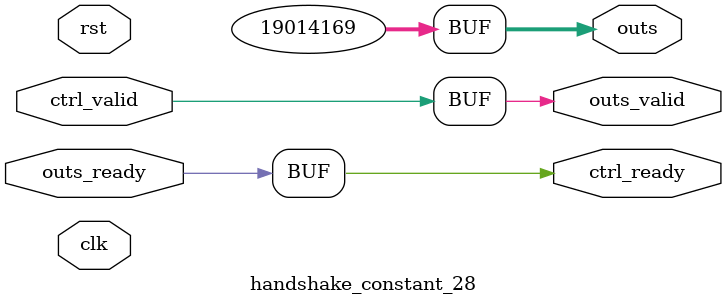
<source format=v>
`timescale 1ns / 1ps
module handshake_constant_28 #(
  parameter DATA_WIDTH = 32  // Default set to 32 bits
) (
  input                       clk,
  input                       rst,
  // Input Channel
  input                       ctrl_valid,
  output                      ctrl_ready,
  // Output Channel
  output [DATA_WIDTH - 1 : 0] outs,
  output                      outs_valid,
  input                       outs_ready
);
  assign outs       = 26'b01001000100010001000011001;
  assign outs_valid = ctrl_valid;
  assign ctrl_ready = outs_ready;

endmodule

</source>
